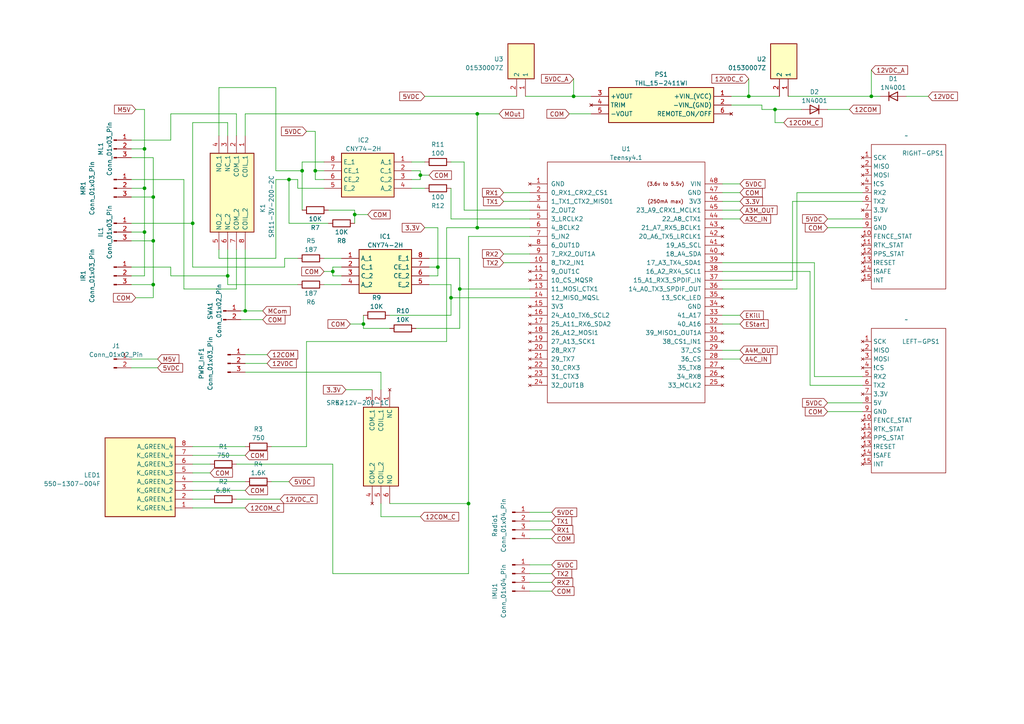
<source format=kicad_sch>
(kicad_sch (version 20230121) (generator eeschema)
  (paper "A4")
  (title_block (title "AGV Control Board") (rev "V1.3") (comment 1 "Swapped Signal and 5+"))
  (lib_symbols
    (symbol "Boards:SparkFun_GPS-RTK"
      (property "Reference" "LEFT-GPS1" (at -1.27 -6.35 0))
      (property "Value" "~" (at 0 0 0))
      (symbol "SparkFun_GPS-RTK_0_1"
        (rectangle (start -10.16 -2.54) (end 11.43 -44.45))
      )
      (symbol "SparkFun_GPS-RTK_1_1"
        (pin no_connect line (at -12.7 -6.35 0) (length 2.54) (name "SCK") (number "1"))
        (pin no_connect line (at -12.7 -29.21 0) (length 2.54) (name "FENCE_STAT") (number "10"))
        (pin no_connect line (at -12.7 -31.75 0) (length 2.54) (name "RTK_STAT") (number "11"))
        (pin no_connect line (at -12.7 -34.29 0) (length 2.54) (name "PPS_STAT") (number "12"))
        (pin no_connect line (at -12.7 -36.83 0) (length 2.54) (name "!RESET") (number "13"))
        (pin no_connect line (at -12.7 -39.37 0) (length 2.54) (name "!SAFE") (number "14"))
        (pin no_connect line (at -12.7 -41.91 0) (length 2.54) (name "INT") (number "15"))
        (pin no_connect line (at -12.7 -8.89 0) (length 2.54) (name "MISO") (number "2"))
        (pin no_connect line (at -12.7 -11.43 0) (length 2.54) (name "MOSI") (number "3"))
        (pin no_connect line (at -12.7 -13.97 0) (length 2.54) (name "!CS") (number "4"))
        (pin input line (at -12.7 -16.51 0) (length 2.54) (name "RX2") (number "5"))
        (pin output line (at -12.7 -19.05 0) (length 2.54) (name "TX2") (number "6"))
        (pin no_connect line (at -12.7 -21.59 0) (length 2.54) (name "3.3V") (number "7"))
        (pin power_in line (at -12.7 -24.13 0) (length 2.54) (name "5V") (number "8"))
        (pin passive line (at -12.7 -26.67 0) (length 2.54) (name "GND") (number "9"))
      )
    )
    (symbol "Connector:Conn_01x02_Pin" (pin_names (offset 1.016) hide)
      (property "Reference" "J" (at 0 2.54 0))
      (property "Value" "Conn_01x02_Pin" (at 0 -5.08 0))
      (symbol "Conn_01x02_Pin_1_1"
        (polyline (pts (xy 1.27 -2.54) (xy 0.8636 -2.54)) (stroke (width 0.1524)))
        (polyline (pts (xy 1.27 0) (xy 0.8636 0)) (stroke (width 0.1524)))
        (rectangle (start 0.8636 -2.413) (end 0 -2.667) (stroke (width 0.1524)) (fill (type outline)))
        (rectangle (start 0.8636 0.127) (end 0 -0.127) (stroke (width 0.1524)) (fill (type outline)))
        (pin passive line (at 5.08 0 180) (length 3.81) (name "Pin_1") (number "1"))
        (pin passive line (at 5.08 -2.54 180) (length 3.81) (name "Pin_2") (number "2"))
      )
    )
    (symbol "Connector:Conn_01x03_Pin" (pin_names (offset 1.016) hide)
      (property "Reference" "J" (at 0 5.08 0))
      (property "Value" "Conn_01x03_Pin" (at 0 -5.08 0))
      (symbol "Conn_01x03_Pin_1_1"
        (polyline (pts (xy 1.27 -2.54) (xy 0.8636 -2.54)) (stroke (width 0.1524)))
        (polyline (pts (xy 1.27 0) (xy 0.8636 0)) (stroke (width 0.1524)))
        (polyline (pts (xy 1.27 2.54) (xy 0.8636 2.54)) (stroke (width 0.1524)))
        (rectangle (start 0.8636 -2.413) (end 0 -2.667) (stroke (width 0.1524)) (fill (type outline)))
        (rectangle (start 0.8636 0.127) (end 0 -0.127) (stroke (width 0.1524)) (fill (type outline)))
        (rectangle (start 0.8636 2.667) (end 0 2.413) (stroke (width 0.1524)) (fill (type outline)))
        (pin passive line (at 5.08 2.54 180) (length 3.81) (name "Pin_1") (number "1"))
        (pin passive line (at 5.08 0 180) (length 3.81) (name "Pin_2") (number "2"))
        (pin passive line (at 5.08 -2.54 180) (length 3.81) (name "Pin_3") (number "3"))
      )
    )
    (symbol "Connector:Conn_01x04_Pin" (pin_names (offset 1.016) hide)
      (property "Reference" "J" (at 0 5.08 0))
      (property "Value" "Conn_01x04_Pin" (at 0 -7.62 0))
      (symbol "Conn_01x04_Pin_1_1"
        (polyline (pts (xy 1.27 -5.08) (xy 0.8636 -5.08)) (stroke (width 0.1524)))
        (polyline (pts (xy 1.27 -2.54) (xy 0.8636 -2.54)) (stroke (width 0.1524)))
        (polyline (pts (xy 1.27 0) (xy 0.8636 0)) (stroke (width 0.1524)))
        (polyline (pts (xy 1.27 2.54) (xy 0.8636 2.54)) (stroke (width 0.1524)))
        (rectangle (start 0.8636 -4.953) (end 0 -5.207) (stroke (width 0.1524)) (fill (type outline)))
        (rectangle (start 0.8636 -2.413) (end 0 -2.667) (stroke (width 0.1524)) (fill (type outline)))
        (rectangle (start 0.8636 0.127) (end 0 -0.127) (stroke (width 0.1524)) (fill (type outline)))
        (rectangle (start 0.8636 2.667) (end 0 2.413) (stroke (width 0.1524)) (fill (type outline)))
        (pin passive line (at 5.08 2.54 180) (length 3.81) (name "Pin_1") (number "1"))
        (pin passive line (at 5.08 0 180) (length 3.81) (name "Pin_2") (number "2"))
        (pin passive line (at 5.08 -2.54 180) (length 3.81) (name "Pin_3") (number "3"))
        (pin passive line (at 5.08 -5.08 180) (length 3.81) (name "Pin_4") (number "4"))
      )
    )
    (symbol "Device:R" (pin_numbers hide) (pin_names (offset 0))
      (property "Reference" "R" (at 2.032 0 90))
      (property "Value" "R" (at 0 0 90))
      (symbol "R_0_1"
        (rectangle (start -1.016 -2.54) (end 1.016 2.54) (stroke (width 0.254)))
      )
      (symbol "R_1_1"
        (pin passive line (at 0 3.81 270) (length 1.27) (name "~") (number "1"))
        (pin passive line (at 0 -3.81 90) (length 1.27) (name "~") (number "2"))
      )
    )
    (symbol "Diode:1N4001" (pin_numbers hide) (pin_names hide)
      (property "Reference" "D" (at 0 2.54 0))
      (property "Value" "1N4001" (at 0 -2.54 0))
      (symbol "1N4001_0_1"
        (polyline (pts (xy -1.27 1.27) (xy -1.27 -1.27)) (stroke (width 0.254)))
        (polyline (pts (xy 1.27 0) (xy -1.27 0)))
        (polyline (pts (xy 1.27 1.27) (xy 1.27 -1.27) (xy -1.27 0) (xy 1.27 1.27)) (stroke (width 0.254)))
      )
      (symbol "1N4001_1_1"
        (pin passive line (at -3.81 0 0) (length 2.54) (name "K") (number "1"))
        (pin passive line (at 3.81 0 180) (length 2.54) (name "A") (number "2"))
      )
    )
    (symbol "SamacSys:01530007Z"
      (property "Reference" "U" (at 16.51 7.62 0))
      (property "Value" "01530007Z" (at 16.51 5.08 0))
      (symbol "01530007Z_1_1"
        (rectangle (start 5.08 2.54) (end 15.24 -5.08) (stroke (width 0.254)) (fill (type background)))
        (pin passive line (at 0 0 0) (length 5.08) (name "1") (number "1"))
        (pin passive line (at 0 -2.54 0) (length 5.08) (name "2") (number "2"))
      )
    )
    (symbol "SamacSys:550-1307-004F"
      (property "Reference" "LED" (at 26.67 7.62 0))
      (property "Value" "550-1307-004F" (at 26.67 5.08 0))
      (symbol "550-1307-004F_1_1"
        (rectangle (start 5.08 2.54) (end 25.4 -20.32) (stroke (width 0.254)) (fill (type background)))
        (pin passive line (at 0 -17.78 0) (length 5.08) (name "K_GREEN_1") (number "1"))
        (pin passive line (at 0 -15.24 0) (length 5.08) (name "A_GREEN_1") (number "2"))
        (pin passive line (at 0 -12.7 0) (length 5.08) (name "K_GREEN_2") (number "3"))
        (pin passive line (at 0 -10.16 0) (length 5.08) (name "A_GREEN_2") (number "4"))
        (pin passive line (at 0 -7.62 0) (length 5.08) (name "K_GREEN_3") (number "5"))
        (pin passive line (at 0 -5.08 0) (length 5.08) (name "A_GREEN_3") (number "6"))
        (pin passive line (at 0 -2.54 0) (length 5.08) (name "K_GREEN_4") (number "7"))
        (pin passive line (at 0 0 0) (length 5.08) (name "A_GREEN_4") (number "8"))
      )
    )
    (symbol "SamacSys:CNY74-2H"
      (property "Reference" "Q" (at 21.59 7.62 0))
      (property "Value" "CNY74-2H" (at 21.59 5.08 0))
      (symbol "CNY74-2H_1_1"
        (rectangle (start 5.08 2.54) (end 20.32 -10.16) (stroke (width 0.254)) (fill (type background)))
        (pin passive line (at 0 0 0) (length 5.08) (name "A_1") (number "1"))
        (pin passive line (at 0 -2.54 0) (length 5.08) (name "C_1") (number "2"))
        (pin passive line (at 0 -5.08 0) (length 5.08) (name "C_2") (number "3"))
        (pin passive line (at 0 -7.62 0) (length 5.08) (name "A_2") (number "4"))
        (pin passive line (at 25.4 -7.62 180) (length 5.08) (name "E_2") (number "5"))
        (pin passive line (at 25.4 -5.08 180) (length 5.08) (name "CE_2") (number "6"))
        (pin passive line (at 25.4 -2.54 180) (length 5.08) (name "CE_1") (number "7"))
        (pin passive line (at 25.4 0 180) (length 5.08) (name "E_1") (number "8"))
      )
    )
    (symbol "SamacSys:SR11-3V-200-2C"
      (property "Reference" "K" (at 29.21 7.62 0))
      (property "Value" "SR11-3V-200-2C" (at 29.21 5.08 0))
      (symbol "SR11-3V-200-2C_1_1"
        (rectangle (start 5.08 2.54) (end 27.94 -10.16) (stroke (width 0.254)) (fill (type background)))
        (pin passive line (at 0 0 0) (length 5.08) (name "COIL_1") (number "1"))
        (pin passive line (at 0 -2.54 0) (length 5.08) (name "COM_1") (number "2"))
        (pin passive line (at 0 -5.08 0) (length 5.08) (name "NC_1") (number "3"))
        (pin passive line (at 0 -7.62 0) (length 5.08) (name "NO_1") (number "4"))
        (pin passive line (at 33.02 -7.62 180) (length 5.08) (name "NO_2") (number "5"))
        (pin passive line (at 33.02 -5.08 180) (length 5.08) (name "NC_2") (number "6"))
        (pin passive line (at 33.02 -2.54 180) (length 5.08) (name "COM_2") (number "7"))
        (pin passive line (at 33.02 0 180) (length 5.08) (name "COIL_2") (number "8"))
      )
    )
    (symbol "SamacSys:SR5-12V-200-1C"
      (property "Reference" "K2" (at 3.81 -15.875 90))
      (property "Value" "SR5-12V-200-1C" (at 3.81 -18.415 90))
      (symbol "SR5-12V-200-1C_1_1"
        (rectangle (start 5.08 2.54) (end 27.94 -7.62) (stroke (width 0.254)) (fill (type background)))
        (pin no_connect line (at 0 0 0) (length 5.08) (name "NC") (number "1"))
        (pin passive line (at 0 -2.54 0) (length 5.08) (name "COIL_1") (number "2"))
        (pin passive line (at 0 -5.08 0) (length 5.08) (name "COM_1") (number "3"))
        (pin no_connect line (at 33.02 -5.08 180) (length 5.08) (name "COM_2") (number "4"))
        (pin passive line (at 33.02 -2.54 180) (length 5.08) (name "COIL_2") (number "5"))
        (pin passive line (at 33.02 0 180) (length 5.08) (name "NO") (number "6"))
      )
    )
    (symbol "SamacSys:THL_15-2411WI"
      (property "Reference" "PS1" (at 20.32 6.35 0))
      (property "Value" "THL_15-2411WI" (at 20.32 3.81 0))
      (symbol "THL_15-2411WI_1_1"
        (rectangle (start 5.08 2.54) (end 35.56 -7.62) (stroke (width 0.254)) (fill (type background)))
        (pin power_in line (at 40.64 0 180) (length 5.08) (name "+VIN_(VCC)") (number "1"))
        (pin passive line (at 40.64 -2.54 180) (length 5.08) (name "-VIN_(GND)") (number "2"))
        (pin power_out line (at 0 0 0) (length 5.08) (name "+VOUT") (number "3"))
        (pin no_connect line (at 0 -2.54 0) (length 5.08) (name "TRIM") (number "4"))
        (pin passive line (at 0 -5.08 0) (length 5.08) (name "-VOUT") (number "5"))
        (pin no_connect line (at 40.64 -5.08 180) (length 5.08) (name "REMOTE_ON/OFF") (number "6"))
      )
    )
    (symbol "SparkFun_GPS-RTK_1"
      (property "Reference" "RIGHT-GPS1" (at -1.27 -5.08 0))
      (property "Value" "~" (at 0 0 0))
      (symbol "SparkFun_GPS-RTK_1_0_1"
        (rectangle (start -10.16 -2.54) (end 11.43 -44.45))
      )
      (symbol "SparkFun_GPS-RTK_1_1_1"
        (pin no_connect line (at -12.7 -6.35 0) (length 2.54) (name "SCK") (number "1"))
        (pin no_connect line (at -12.7 -29.21 0) (length 2.54) (name "FENCE_STAT") (number "10"))
        (pin no_connect line (at -12.7 -31.75 0) (length 2.54) (name "RTK_STAT") (number "11"))
        (pin no_connect line (at -12.7 -34.29 0) (length 2.54) (name "PPS_STAT") (number "12"))
        (pin no_connect line (at -12.7 -36.83 0) (length 2.54) (name "!RESET") (number "13"))
        (pin no_connect line (at -12.7 -39.37 0) (length 2.54) (name "!SAFE") (number "14"))
        (pin no_connect line (at -12.7 -41.91 0) (length 2.54) (name "INT") (number "15"))
        (pin no_connect line (at -12.7 -8.89 0) (length 2.54) (name "MISO") (number "2"))
        (pin no_connect line (at -12.7 -11.43 0) (length 2.54) (name "MOSI") (number "3"))
        (pin no_connect line (at -12.7 -13.97 0) (length 2.54) (name "!CS") (number "4"))
        (pin input line (at -12.7 -16.51 0) (length 2.54) (name "RX2") (number "5"))
        (pin output line (at -12.7 -19.05 0) (length 2.54) (name "TX2") (number "6"))
        (pin no_connect line (at -12.7 -21.59 0) (length 2.54) (name "3.3V") (number "7"))
        (pin power_in line (at -12.7 -24.13 0) (length 2.54) (name "5V") (number "8"))
        (pin passive line (at -12.7 -26.67 0) (length 2.54) (name "GND") (number "9"))
      )
    )
    (symbol "Teensy:Teensy4.1" (pin_names (offset 1.016))
      (property "Reference" "U1" (at 0 64.77 0))
      (property "Value" "Teensy4.1" (at 0 62.23 0))
      (symbol "Teensy4.1_0_0"
        (text "(250mA max)" (at 11.43 49.53 0) (effects (font (size 1.016 1.016))))
        (text "(3.6v to 5.5v)" (at 11.43 54.61 0) (effects (font (size 1.016 1.016))))
        (pin output line (at -27.94 31.75 0) (length 5.08) (name "8_TX2_IN1") (number "10"))
        (pin no_connect line (at -27.94 29.21 0) (length 5.08) (name "9_OUT1C") (number "11"))
        (pin no_connect line (at -27.94 26.67 0) (length 5.08) (name "10_CS_MQSR") (number "12"))
        (pin input line (at -27.94 24.13 0) (length 5.08) (name "11_MOSI_CTX1") (number "13"))
        (pin input line (at -27.94 21.59 0) (length 5.08) (name "12_MISO_MQSL") (number "14"))
        (pin no_connect line (at -27.94 19.05 0) (length 5.08) (name "3V3") (number "15"))
        (pin no_connect line (at -27.94 16.51 0) (length 5.08) (name "24_A10_TX6_SCL2") (number "16"))
        (pin no_connect line (at -27.94 13.97 0) (length 5.08) (name "25_A11_RX6_SDA2") (number "17"))
        (pin no_connect line (at -27.94 11.43 0) (length 5.08) (name "26_A12_MOSI1") (number "18"))
        (pin no_connect line (at -27.94 8.89 0) (length 5.08) (name "27_A13_SCK1") (number "19"))
        (pin no_connect line (at -27.94 6.35 0) (length 5.08) (name "28_RX7") (number "20"))
        (pin no_connect line (at -27.94 3.81 0) (length 5.08) (name "29_TX7") (number "21"))
        (pin no_connect line (at -27.94 1.27 0) (length 5.08) (name "30_CRX3") (number "22"))
        (pin no_connect line (at -27.94 -1.27 0) (length 5.08) (name "31_CTX3") (number "23"))
        (pin no_connect line (at -27.94 -3.81 0) (length 5.08) (name "32_OUT1B") (number "24"))
        (pin no_connect line (at 27.94 -3.81 180) (length 5.08) (name "33_MCLK2") (number "25"))
        (pin no_connect line (at 27.94 -1.27 180) (length 5.08) (name "34_RX8") (number "26"))
        (pin no_connect line (at 27.94 1.27 180) (length 5.08) (name "35_TX8") (number "27"))
        (pin input line (at 27.94 3.81 180) (length 5.08) (name "36_CS") (number "28"))
        (pin output line (at 27.94 6.35 180) (length 5.08) (name "37_CS") (number "29"))
        (pin no_connect line (at 27.94 8.89 180) (length 5.08) (name "38_CS1_IN1") (number "30"))
        (pin no_connect line (at 27.94 11.43 180) (length 5.08) (name "39_MISO1_OUT1A") (number "31"))
        (pin output line (at 27.94 13.97 180) (length 5.08) (name "40_A16") (number "32"))
        (pin output line (at 27.94 16.51 180) (length 5.08) (name "41_A17") (number "33"))
        (pin no_connect line (at 27.94 21.59 180) (length 5.08) (name "13_SCK_LED") (number "35"))
        (pin output line (at 27.94 24.13 180) (length 5.08) (name "14_A0_TX3_SPDIF_OUT") (number "36"))
        (pin input line (at 27.94 26.67 180) (length 5.08) (name "15_A1_RX3_SPDIF_IN") (number "37"))
        (pin input line (at 27.94 29.21 180) (length 5.08) (name "16_A2_RX4_SCL1") (number "38"))
        (pin output line (at 27.94 31.75 180) (length 5.08) (name "17_A3_TX4_SDA1") (number "39"))
        (pin no_connect line (at 27.94 34.29 180) (length 5.08) (name "18_A4_SDA") (number "40"))
        (pin no_connect line (at 27.94 36.83 180) (length 5.08) (name "19_A5_SCL") (number "41"))
        (pin no_connect line (at 27.94 39.37 180) (length 5.08) (name "20_A6_TX5_LRCLK1") (number "42"))
        (pin no_connect line (at 27.94 41.91 180) (length 5.08) (name "21_A7_RX5_BCLK1") (number "43"))
        (pin input line (at 27.94 44.45 180) (length 5.08) (name "22_A8_CTX1") (number "44"))
        (pin output line (at 27.94 46.99 180) (length 5.08) (name "23_A9_CRX1_MCLK1") (number "45"))
        (pin output line (at 27.94 49.53 180) (length 5.08) (name "3V3") (number "46"))
        (pin output line (at 27.94 52.07 180) (length 5.08) (name "GND") (number "47"))
        (pin power_in line (at 27.94 54.61 180) (length 5.08) (name "VIN") (number "48"))
        (pin output line (at -27.94 44.45 0) (length 5.08) (name "3_LRCLK2") (number "5"))
        (pin output line (at -27.94 41.91 0) (length 5.08) (name "4_BCLK2") (number "6"))
        (pin input line (at -27.94 39.37 0) (length 5.08) (name "5_IN2") (number "7"))
        (pin no_connect line (at -27.94 36.83 0) (length 5.08) (name "6_OUT1D") (number "8"))
        (pin input line (at -27.94 34.29 0) (length 5.08) (name "7_RX2_OUT1A") (number "9"))
      )
      (symbol "Teensy4.1_0_1"
        (rectangle (start -22.86 60.96) (end 22.86 -8.89))
        (rectangle (start -20.32 -1.27) (end -20.32 -1.27))
      )
      (symbol "Teensy4.1_1_1"
        (pin no_connect line (at -27.94 54.61 0) (length 5.08) (name "GND") (number "1"))
        (pin input line (at -27.94 52.07 0) (length 5.08) (name "0_RX1_CRX2_CS1") (number "2"))
        (pin output line (at -27.94 49.53 0) (length 5.08) (name "1_TX1_CTX2_MISO1") (number "3"))
        (pin no_connect line (at 27.94 19.05 180) (length 5.08) (name "GND") (number "34"))
        (pin output line (at -27.94 46.99 0) (length 5.08) (name "2_OUT2") (number "4"))
      )
    )
  )
  (junction (at 130.81 86.36))
  (junction (at 41.91 54.61))
  (junction (at 102.87 62.23))
  (junction (at 121.92 50.8))
  (junction (at 217.17 27.94))
  (junction (at 224.79 31.75))
  (junction (at 252.73 27.94))
  (junction (at 41.91 43.18))
  (junction (at 138.43 66.04))
  (junction (at 138.43 33.02))
  (junction (at 135.89 146.05))
  (junction (at 96.52 78.74))
  (junction (at 66.04 80.01))
  (junction (at 133.35 83.82))
  (junction (at 105.41 93.98))
  (junction (at 166.37 27.94))
  (junction (at 87.63 49.53))
  (junction (at 91.44 49.53))
  (junction (at 71.12 90.17))
  (junction (at 44.45 82.55))
  (junction (at 44.45 57.15))
  (junction (at 41.91 67.31))
  (junction (at 44.45 69.85))
  (junction (at 55.88 64.77))
  (junction (at 83.82 52.07))
  (junction (at 127 77.47))
  (wire (pts (xy 209.55 81.28) (xy 229.87 81.28)))
  (wire (pts (xy 138.43 66.04) (xy 138.43 33.02)))
  (wire (pts (xy 209.55 83.82) (xy 231.14 83.82)))
  (wire (pts (xy 146.05 73.66) (xy 153.67 73.66)))
  (wire (pts (xy 93.98 54.61) (xy 86.36 54.61)))
  (wire (pts (xy 93.98 46.99) (xy 87.63 46.99)))
  (wire (pts (xy 134.62 46.99) (xy 134.62 60.96)))
  (wire (pts (xy 71.12 72.39) (xy 71.12 90.17)))
  (wire (pts (xy 80.01 52.07) (xy 83.82 52.07)))
  (wire (pts (xy 234.95 78.74) (xy 234.95 111.76)))
  (wire (pts (xy 152.4 27.94) (xy 166.37 27.94)))
  (wire (pts (xy 262.89 27.94) (xy 269.24 27.94)))
  (wire (pts (xy 228.6 27.94) (xy 252.73 27.94)))
  (wire (pts (xy 49.53 40.64) (xy 49.53 33.02)))
  (wire (pts (xy 96.52 80.01) (xy 96.52 78.74)))
  (wire (pts (xy 127 80.01) (xy 127 77.47)))
  (wire (pts (xy 153.67 156.21) (xy 160.02 156.21)))
  (wire (pts (xy 38.1 67.31) (xy 41.91 67.31)))
  (wire (pts (xy 87.63 46.99) (xy 87.63 49.53)))
  (wire (pts (xy 96.52 78.74) (xy 96.52 77.47)))
  (wire (pts (xy 127 66.04) (xy 127 77.47)))
  (wire (pts (xy 38.1 40.64) (xy 49.53 40.64)))
  (wire (pts (xy 138.43 33.02) (xy 144.78 33.02)))
  (wire (pts (xy 138.43 66.04) (xy 153.67 66.04)))
  (wire (pts (xy 217.17 22.86) (xy 217.17 27.94)))
  (wire (pts (xy 71.12 105.41) (xy 77.47 105.41)))
  (wire (pts (xy 68.58 33.02) (xy 68.58 39.37)))
  (wire (pts (xy 240.03 119.38) (xy 250.19 119.38)))
  (wire (pts (xy 68.58 144.78) (xy 81.28 144.78)))
  (wire (pts (xy 38.1 45.72) (xy 44.45 45.72)))
  (wire (pts (xy 91.44 49.53) (xy 91.44 52.07)))
  (wire (pts (xy 80.01 25.4) (xy 80.01 49.53)))
  (wire (pts (xy 100.33 113.03) (xy 107.95 113.03)))
  (wire (pts (xy 153.67 166.37) (xy 160.02 166.37)))
  (wire (pts (xy 209.55 55.88) (xy 214.63 55.88)))
  (wire (pts (xy 95.25 60.96) (xy 102.87 60.96)))
  (wire (pts (xy 153.67 148.59) (xy 160.02 148.59)))
  (wire (pts (xy 209.55 101.6) (xy 214.63 101.6)))
  (wire (pts (xy 119.38 54.61) (xy 123.19 54.61)))
  (wire (pts (xy 80.01 52.07) (xy 80.01 74.93)))
  (wire (pts (xy 124.46 50.8) (xy 121.92 50.8)))
  (wire (pts (xy 41.91 67.31) (xy 41.91 80.01)))
  (wire (pts (xy 71.12 102.87) (xy 77.47 102.87)))
  (wire (pts (xy 66.04 80.01) (xy 66.04 82.55)))
  (wire (pts (xy 80.01 74.93) (xy 63.5 74.93)))
  (wire (pts (xy 102.87 60.96) (xy 102.87 62.23)))
  (wire (pts (xy 55.88 129.54) (xy 71.12 129.54)))
  (wire (pts (xy 110.49 107.95) (xy 110.49 113.03)))
  (wire (pts (xy 68.58 83.82) (xy 68.58 72.39)))
  (wire (pts (xy 123.19 66.04) (xy 127 66.04)))
  (wire (pts (xy 55.88 134.62) (xy 60.96 134.62)))
  (wire (pts (xy 121.92 49.53) (xy 121.92 50.8)))
  (wire (pts (xy 224.79 31.75) (xy 220.98 31.75)))
  (wire (pts (xy 55.88 35.56) (xy 66.04 35.56)))
  (wire (pts (xy 135.89 68.58) (xy 153.67 68.58)))
  (wire (pts (xy 130.81 91.44) (xy 130.81 86.36)))
  (wire (pts (xy 106.68 62.23) (xy 102.87 62.23)))
  (wire (pts (xy 88.9 99.06) (xy 129.54 99.06)))
  (wire (pts (xy 153.67 151.13) (xy 160.02 151.13)))
  (wire (pts (xy 38.1 104.14) (xy 45.72 104.14)))
  (wire (pts (xy 130.81 86.36) (xy 153.67 86.36)))
  (wire (pts (xy 93.98 52.07) (xy 91.44 52.07)))
  (wire (pts (xy 134.62 60.96) (xy 153.67 60.96)))
  (wire (pts (xy 105.41 95.25) (xy 105.41 93.98)))
  (wire (pts (xy 130.81 46.99) (xy 134.62 46.99)))
  (wire (pts (xy 38.1 57.15) (xy 44.45 57.15)))
  (wire (pts (xy 252.73 27.94) (xy 255.27 27.94)))
  (wire (pts (xy 38.1 54.61) (xy 41.91 54.61)))
  (wire (pts (xy 124.46 74.93) (xy 133.35 74.93)))
  (wire (pts (xy 69.85 92.71) (xy 76.2 92.71)))
  (wire (pts (xy 119.38 52.07) (xy 121.92 52.07)))
  (wire (pts (xy 93.98 82.55) (xy 99.06 82.55)))
  (wire (pts (xy 229.87 81.28) (xy 229.87 58.42)))
  (wire (pts (xy 80.01 25.4) (xy 63.5 25.4)))
  (wire (pts (xy 63.5 72.39) (xy 63.5 74.93)))
  (wire (pts (xy 86.36 54.61) (xy 86.36 52.07)))
  (wire (pts (xy 236.22 109.22) (xy 250.19 109.22)))
  (wire (pts (xy 217.17 27.94) (xy 226.06 27.94)))
  (wire (pts (xy 153.67 168.91) (xy 160.02 168.91)))
  (wire (pts (xy 119.38 46.99) (xy 123.19 46.99)))
  (wire (pts (xy 91.44 49.53) (xy 91.44 38.1)))
  (wire (pts (xy 166.37 22.86) (xy 166.37 27.94)))
  (wire (pts (xy 41.91 43.18) (xy 41.91 54.61)))
  (wire (pts (xy 130.81 54.61) (xy 130.81 63.5)))
  (wire (pts (xy 209.55 60.96) (xy 214.63 60.96)))
  (wire (pts (xy 93.98 78.74) (xy 96.52 78.74)))
  (wire (pts (xy 240.03 116.84) (xy 250.19 116.84)))
  (wire (pts (xy 49.53 33.02) (xy 68.58 33.02)))
  (wire (pts (xy 80.01 49.53) (xy 87.63 49.53)))
  (wire (pts (xy 229.87 58.42) (xy 250.19 58.42)))
  (wire (pts (xy 121.92 49.53) (xy 119.38 49.53)))
  (wire (pts (xy 209.55 91.44) (xy 214.63 91.44)))
  (wire (pts (xy 153.67 163.83) (xy 160.02 163.83)))
  (wire (pts (xy 95.25 64.77) (xy 83.82 64.77)))
  (wire (pts (xy 93.98 49.53) (xy 91.44 49.53)))
  (wire (pts (xy 146.05 76.2) (xy 153.67 76.2)))
  (wire (pts (xy 87.63 49.53) (xy 87.63 60.96)))
  (wire (pts (xy 166.37 27.94) (xy 171.45 27.94)))
  (wire (pts (xy 135.89 146.05) (xy 135.89 68.58)))
  (wire (pts (xy 135.89 166.37) (xy 135.89 146.05)))
  (wire (pts (xy 63.5 25.4) (xy 63.5 39.37)))
  (wire (pts (xy 68.58 134.62) (xy 96.52 134.62)))
  (wire (pts (xy 38.1 77.47) (xy 49.53 77.47)))
  (wire (pts (xy 209.55 76.2) (xy 236.22 76.2)))
  (wire (pts (xy 38.1 82.55) (xy 44.45 82.55)))
  (wire (pts (xy 78.74 139.7) (xy 83.82 139.7)))
  (wire (pts (xy 123.19 27.94) (xy 149.86 27.94)))
  (wire (pts (xy 71.12 107.95) (xy 110.49 107.95)))
  (wire (pts (xy 113.03 95.25) (xy 105.41 95.25)))
  (wire (pts (xy 209.55 63.5) (xy 214.63 63.5)))
  (wire (pts (xy 224.79 35.56) (xy 224.79 31.75)))
  (wire (pts (xy 96.52 77.47) (xy 99.06 77.47)))
  (wire (pts (xy 252.73 20.32) (xy 252.73 27.94)))
  (wire (pts (xy 82.55 77.47) (xy 55.88 77.47)))
  (wire (pts (xy 124.46 82.55) (xy 130.81 82.55)))
  (wire (pts (xy 88.9 129.54) (xy 88.9 99.06)))
  (wire (pts (xy 120.65 95.25) (xy 133.35 95.25)))
  (wire (pts (xy 86.36 82.55) (xy 66.04 82.55)))
  (wire (pts (xy 55.88 142.24) (xy 71.12 142.24)))
  (wire (pts (xy 130.81 63.5) (xy 153.67 63.5)))
  (wire (pts (xy 55.88 64.77) (xy 55.88 77.47)))
  (wire (pts (xy 39.37 86.36) (xy 44.45 86.36)))
  (wire (pts (xy 110.49 146.05) (xy 110.49 149.86)))
  (wire (pts (xy 133.35 74.93) (xy 133.35 83.82)))
  (wire (pts (xy 209.55 93.98) (xy 214.63 93.98)))
  (wire (pts (xy 209.55 53.34) (xy 214.63 53.34)))
  (wire (pts (xy 38.1 69.85) (xy 44.45 69.85)))
  (wire (pts (xy 99.06 80.01) (xy 96.52 80.01)))
  (wire (pts (xy 38.1 43.18) (xy 41.91 43.18)))
  (wire (pts (xy 55.88 132.08) (xy 71.12 132.08)))
  (wire (pts (xy 113.03 91.44) (xy 130.81 91.44)))
  (wire (pts (xy 236.22 76.2) (xy 236.22 109.22)))
  (wire (pts (xy 102.87 64.77) (xy 102.87 62.23)))
  (wire (pts (xy 96.52 166.37) (xy 135.89 166.37)))
  (wire (pts (xy 55.88 139.7) (xy 71.12 139.7)))
  (wire (pts (xy 146.05 55.88) (xy 153.67 55.88)))
  (wire (pts (xy 55.88 147.32) (xy 71.12 147.32)))
  (wire (pts (xy 133.35 83.82) (xy 153.67 83.82)))
  (wire (pts (xy 209.55 78.74) (xy 234.95 78.74)))
  (wire (pts (xy 71.12 90.17) (xy 76.2 90.17)))
  (wire (pts (xy 38.1 64.77) (xy 55.88 64.77)))
  (wire (pts (xy 130.81 82.55) (xy 130.81 86.36)))
  (wire (pts (xy 129.54 99.06) (xy 129.54 66.04)))
  (wire (pts (xy 240.03 31.75) (xy 246.38 31.75)))
  (wire (pts (xy 212.09 30.48) (xy 220.98 30.48)))
  (wire (pts (xy 209.55 104.14) (xy 214.63 104.14)))
  (wire (pts (xy 38.1 106.68) (xy 45.72 106.68)))
  (wire (pts (xy 231.14 83.82) (xy 231.14 55.88)))
  (wire (pts (xy 88.9 38.1) (xy 91.44 38.1)))
  (wire (pts (xy 55.88 35.56) (xy 55.88 64.77)))
  (wire (pts (xy 165.1 33.02) (xy 171.45 33.02)))
  (wire (pts (xy 41.91 54.61) (xy 41.91 67.31)))
  (wire (pts (xy 138.43 33.02) (xy 71.12 33.02)))
  (wire (pts (xy 38.1 52.07) (xy 53.34 52.07)))
  (wire (pts (xy 49.53 80.01) (xy 66.04 80.01)))
  (wire (pts (xy 55.88 137.16) (xy 60.96 137.16)))
  (wire (pts (xy 124.46 77.47) (xy 127 77.47)))
  (wire (pts (xy 55.88 144.78) (xy 60.96 144.78)))
  (wire (pts (xy 49.53 77.47) (xy 49.53 80.01)))
  (wire (pts (xy 110.49 149.86) (xy 121.92 149.86)))
  (wire (pts (xy 66.04 72.39) (xy 66.04 80.01)))
  (wire (pts (xy 53.34 52.07) (xy 53.34 83.82)))
  (wire (pts (xy 71.12 90.17) (xy 69.85 90.17)))
  (wire (pts (xy 44.45 82.55) (xy 44.45 69.85)))
  (wire (pts (xy 121.92 50.8) (xy 121.92 52.07)))
  (wire (pts (xy 53.34 83.82) (xy 68.58 83.82)))
  (wire (pts (xy 96.52 134.62) (xy 96.52 166.37)))
  (wire (pts (xy 101.6 93.98) (xy 105.41 93.98)))
  (wire (pts (xy 44.45 86.36) (xy 44.45 82.55)))
  (wire (pts (xy 129.54 66.04) (xy 138.43 66.04)))
  (wire (pts (xy 234.95 111.76) (xy 250.19 111.76)))
  (wire (pts (xy 153.67 171.45) (xy 160.02 171.45)))
  (wire (pts (xy 227.33 35.56) (xy 224.79 35.56)))
  (wire (pts (xy 209.55 58.42) (xy 214.63 58.42)))
  (wire (pts (xy 124.46 80.01) (xy 127 80.01)))
  (wire (pts (xy 231.14 55.88) (xy 250.19 55.88)))
  (wire (pts (xy 113.03 146.05) (xy 135.89 146.05)))
  (wire (pts (xy 82.55 74.93) (xy 82.55 77.47)))
  (wire (pts (xy 44.45 57.15) (xy 44.45 45.72)))
  (wire (pts (xy 240.03 63.5) (xy 250.19 63.5)))
  (wire (pts (xy 82.55 74.93) (xy 86.36 74.93)))
  (wire (pts (xy 41.91 31.75) (xy 41.91 43.18)))
  (wire (pts (xy 232.41 31.75) (xy 224.79 31.75)))
  (wire (pts (xy 153.67 153.67) (xy 160.02 153.67)))
  (wire (pts (xy 39.37 31.75) (xy 41.91 31.75)))
  (wire (pts (xy 66.04 35.56) (xy 66.04 39.37)))
  (wire (pts (xy 220.98 31.75) (xy 220.98 30.48)))
  (wire (pts (xy 93.98 74.93) (xy 99.06 74.93)))
  (wire (pts (xy 78.74 129.54) (xy 88.9 129.54)))
  (wire (pts (xy 146.05 58.42) (xy 153.67 58.42)))
  (wire (pts (xy 105.41 91.44) (xy 105.41 93.98)))
  (wire (pts (xy 83.82 64.77) (xy 83.82 52.07)))
  (wire (pts (xy 133.35 95.25) (xy 133.35 83.82)))
  (wire (pts (xy 240.03 66.04) (xy 250.19 66.04)))
  (wire (pts (xy 41.91 80.01) (xy 38.1 80.01)))
  (wire (pts (xy 44.45 69.85) (xy 44.45 57.15)))
  (wire (pts (xy 212.09 27.94) (xy 217.17 27.94)))
  (wire (pts (xy 86.36 52.07) (xy 83.82 52.07)))
  (wire (pts (xy 71.12 33.02) (xy 71.12 39.37)))
  (global_label "3.3V" (shape input) (at 123.19 66.04 180) (property "Intersheetrefs" "${INTERSHEET_REFS}" (effects hide)))
  (global_label "12COM_C" (shape input) (at 227.33 35.56 0) (property "Intersheetrefs" "${INTERSHEET_REFS}" (effects hide)))
  (global_label "12VDC_C" (shape input) (at 217.17 22.86 180) (property "Intersheetrefs" "${INTERSHEET_REFS}" (effects hide)))
  (global_label "5VDC" (shape input) (at 123.19 27.94 180) (property "Intersheetrefs" "${INTERSHEET_REFS}" (effects hide)))
  (global_label "COM" (shape input) (at 240.03 66.04 180) (property "Intersheetrefs" "${INTERSHEET_REFS}" (effects hide)))
  (global_label "COM" (shape input) (at 214.63 55.88 0) (property "Intersheetrefs" "${INTERSHEET_REFS}" (effects hide)))
  (global_label "COM" (shape input) (at 76.2 92.71 0) (property "Intersheetrefs" "${INTERSHEET_REFS}" (effects hide)))
  (global_label "EKill" (shape input) (at 214.63 91.44 0) (property "Intersheetrefs" "${INTERSHEET_REFS}" (effects hide)))
  (global_label "RX1" (shape input) (at 160.02 153.67 0) (property "Intersheetrefs" "${INTERSHEET_REFS}" (effects hide)))
  (global_label "MCom" (shape input) (at 76.2 90.17 0) (property "Intersheetrefs" "${INTERSHEET_REFS}" (effects hide)))
  (global_label "5VDC" (shape input) (at 240.03 63.5 180) (property "Intersheetrefs" "${INTERSHEET_REFS}" (effects hide)))
  (global_label "5VDC" (shape input) (at 160.02 163.83 0) (property "Intersheetrefs" "${INTERSHEET_REFS}" (effects hide)))
  (global_label "COM" (shape input) (at 60.96 137.16 0) (property "Intersheetrefs" "${INTERSHEET_REFS}" (effects hide)))
  (global_label "5VDC" (shape input) (at 88.9 38.1 180) (property "Intersheetrefs" "${INTERSHEET_REFS}" (effects hide)))
  (global_label "5VDC_A" (shape input) (at 166.37 22.86 180) (property "Intersheetrefs" "${INTERSHEET_REFS}" (effects hide)))
  (global_label "5VDC" (shape input) (at 240.03 116.84 180) (property "Intersheetrefs" "${INTERSHEET_REFS}" (effects hide)))
  (global_label "EStart" (shape input) (at 214.63 93.98 0) (property "Intersheetrefs" "${INTERSHEET_REFS}" (effects hide)))
  (global_label "A4M_OUT" (shape input) (at 214.63 101.6 0) (property "Intersheetrefs" "${INTERSHEET_REFS}" (effects hide)))
  (global_label "TX1" (shape input) (at 160.02 151.13 0) (property "Intersheetrefs" "${INTERSHEET_REFS}" (effects hide)))
  (global_label "COM" (shape input) (at 160.02 156.21 0) (property "Intersheetrefs" "${INTERSHEET_REFS}" (effects hide)))
  (global_label "COM" (shape input) (at 165.1 33.02 180) (property "Intersheetrefs" "${INTERSHEET_REFS}" (effects hide)))
  (global_label "COM" (shape input) (at 160.02 171.45 0) (property "Intersheetrefs" "${INTERSHEET_REFS}" (effects hide)))
  (global_label "COM" (shape input) (at 106.68 62.23 0) (property "Intersheetrefs" "${INTERSHEET_REFS}" (effects hide)))
  (global_label "COM" (shape input) (at 93.98 78.74 180) (property "Intersheetrefs" "${INTERSHEET_REFS}" (effects hide)))
  (global_label "COM" (shape input) (at 39.37 86.36 180) (property "Intersheetrefs" "${INTERSHEET_REFS}" (effects hide)))
  (global_label "12COM" (shape input) (at 246.38 31.75 0) (property "Intersheetrefs" "${INTERSHEET_REFS}" (effects hide)))
  (global_label "COM" (shape input) (at 240.03 119.38 180) (property "Intersheetrefs" "${INTERSHEET_REFS}" (effects hide)))
  (global_label "RX2" (shape input) (at 160.02 168.91 0) (property "Intersheetrefs" "${INTERSHEET_REFS}" (effects hide)))
  (global_label "A3C_IN" (shape input) (at 214.63 63.5 0) (property "Intersheetrefs" "${INTERSHEET_REFS}" (effects hide)))
  (global_label "12VDC" (shape input) (at 77.47 105.41 0) (property "Intersheetrefs" "${INTERSHEET_REFS}" (effects hide)))
  (global_label "RX2" (shape input) (at 146.05 73.66 180) (property "Intersheetrefs" "${INTERSHEET_REFS}" (effects hide)))
  (global_label "M5V" (shape input) (at 39.37 31.75 180) (property "Intersheetrefs" "${INTERSHEET_REFS}" (effects hide)))
  (global_label "12VDC_A" (shape input) (at 252.73 20.32 0) (property "Intersheetrefs" "${INTERSHEET_REFS}" (effects hide)))
  (global_label "TX2" (shape input) (at 160.02 166.37 0) (property "Intersheetrefs" "${INTERSHEET_REFS}" (effects hide)))
  (global_label "COM" (shape input) (at 71.12 142.24 0) (property "Intersheetrefs" "${INTERSHEET_REFS}" (effects hide)))
  (global_label "12COM_C" (shape input) (at 121.92 149.86 0) (property "Intersheetrefs" "${INTERSHEET_REFS}" (effects hide)))
  (global_label "5VDC" (shape input) (at 160.02 148.59 0) (property "Intersheetrefs" "${INTERSHEET_REFS}" (effects hide)))
  (global_label "12VDC" (shape input) (at 269.24 27.94 0) (property "Intersheetrefs" "${INTERSHEET_REFS}" (effects hide)))
  (global_label "M5V" (shape input) (at 45.72 104.14 0) (property "Intersheetrefs" "${INTERSHEET_REFS}" (effects hide)))
  (global_label "5VDC" (shape input) (at 214.63 53.34 0) (property "Intersheetrefs" "${INTERSHEET_REFS}" (effects hide)))
  (global_label "3.3V" (shape input) (at 214.63 58.42 0) (property "Intersheetrefs" "${INTERSHEET_REFS}" (effects hide)))
  (global_label "5VDC" (shape input) (at 45.72 106.68 0) (property "Intersheetrefs" "${INTERSHEET_REFS}" (effects hide)))
  (global_label "A3M_OUT" (shape input) (at 214.63 60.96 0) (property "Intersheetrefs" "${INTERSHEET_REFS}" (effects hide)))
  (global_label "COM" (shape input) (at 101.6 93.98 180) (property "Intersheetrefs" "${INTERSHEET_REFS}" (effects hide)))
  (global_label "5VDC" (shape input) (at 83.82 139.7 0) (property "Intersheetrefs" "${INTERSHEET_REFS}" (effects hide)))
  (global_label "12COM" (shape input) (at 77.47 102.87 0) (property "Intersheetrefs" "${INTERSHEET_REFS}" (effects hide)))
  (global_label "12COM_C" (shape input) (at 71.12 147.32 0) (property "Intersheetrefs" "${INTERSHEET_REFS}" (effects hide)))
  (global_label "12VDC_C" (shape input) (at 81.28 144.78 0) (property "Intersheetrefs" "${INTERSHEET_REFS}" (effects hide)))
  (global_label "A4C_IN" (shape input) (at 214.63 104.14 0) (property "Intersheetrefs" "${INTERSHEET_REFS}" (effects hide)))
  (global_label "TX1" (shape input) (at 146.05 58.42 180) (property "Intersheetrefs" "${INTERSHEET_REFS}" (effects hide)))
  (global_label "COM" (shape input) (at 124.46 50.8 0) (property "Intersheetrefs" "${INTERSHEET_REFS}" (effects hide)))
  (global_label "TX2" (shape input) (at 146.05 76.2 180) (property "Intersheetrefs" "${INTERSHEET_REFS}" (effects hide)))
  (global_label "MOut" (shape input) (at 144.78 33.02 0) (property "Intersheetrefs" "${INTERSHEET_REFS}" (effects hide)))
  (global_label "3.3V" (shape input) (at 100.33 113.03 180) (property "Intersheetrefs" "${INTERSHEET_REFS}" (effects hide)))
  (global_label "RX1" (shape input) (at 146.05 55.88 180) (property "Intersheetrefs" "${INTERSHEET_REFS}" (effects hide)))
  (global_label "COM" (shape input) (at 71.12 132.08 0) (property "Intersheetrefs" "${INTERSHEET_REFS}" (effects hide)))
  (symbol (lib_id "Device:R") (at 99.06 64.77 270) (unit 1)
    (property "Reference" "R8" (at 99.06 69.85 90))
    (property "Value" "10K" (at 99.06 67.31 90))
    (property "Footprint" "Resistor_THT:R_Axial_DIN0411_L9.9mm_D3.6mm_P12.70mm_Horizontal" (effects hide))
  )
  (symbol (lib_id "Boards:SparkFun_GPS-RTK") (at 262.89 92.71 0) (unit 1)
    (property "Reference" "LEFT-GPS1" (at 261.62 99.06 0) (effects (justify left)))
    (property "Value" "~" (at 262.89 92.71 0))
    (property "Footprint" "boards:Sparkfun GPS-RTK" (effects hide))
  )
  (symbol (lib_id "Connector:Conn_01x04_Pin") (at 148.59 166.37 0) (unit 1)
    (property "Reference" "IMU1" (at 143.51 171.45 90))
    (property "Value" "Conn_01x04_Pin" (at 146.05 171.45 90))
    (property "Footprint" "Connector_PinHeader_2.54mm:PinHeader_1x04_P2.54mm_Vertical" (effects hide))
  )
  (symbol (lib_id "Connector:Conn_01x03_Pin") (at 33.02 67.31 0) (unit 1)
    (property "Reference" "IL1" (at 29.21 67.31 90))
    (property "Value" "Conn_01x03_Pin" (at 31.75 67.31 90))
    (property "Footprint" "Connector_PinHeader_2.54mm:PinHeader_1x03_P2.54mm_Vertical" (effects hide))
  )
  (symbol (lib_id "Device:R") (at 90.17 82.55 270) (unit 1)
    (property "Reference" "R6" (at 90.17 87.63 90))
    (property "Value" "187" (at 90.17 85.09 90))
    (property "Footprint" "Resistor_THT:R_Axial_DIN0411_L9.9mm_D3.6mm_P12.70mm_Horizontal" (effects hide))
  )
  (symbol (lib_id "Device:R") (at 127 54.61 270) (unit 1)
    (property "Reference" "R12" (at 127 59.69 90))
    (property "Value" "100" (at 127 57.15 90))
    (property "Footprint" "Resistor_THT:R_Axial_DIN0411_L9.9mm_D3.6mm_P12.70mm_Horizontal" (effects hide))
  )
  (symbol (lib_id "Connector:Conn_01x02_Pin") (at 33.02 104.14 0) (unit 1)
    (property "Reference" "J1" (at 33.655 100.33 0))
    (property "Value" "Conn_01x02_Pin" (at 33.655 102.87 0))
    (property "Footprint" "Connector_PinHeader_2.54mm:PinHeader_1x02_P2.54mm_Vertical" (effects hide))
  )
  (symbol (lib_id "SamacSys:SR11-3V-200-2C") (at 71.12 39.37 270) (unit 1)
    (property "Reference" "K1" (at 76.2 59.055 0) (effects (justify left)))
    (property "Value" "SR11-3V-200-2C" (at 78.74 50.8 0) (effects (justify left)))
    (property "Footprint" "SR113V2002C" (effects hide))
    (property "Datasheet" "https://www.cuidevices.com/product/resource/sr11.pdf" (effects hide))
    (property "Height" "11.7" (effects hide))
    (property "Mouser Part Number" "179-SR11-3V-200-2C" (effects hide))
    (property "Mouser Price/Stock" "https://www.mouser.co.uk/ProductDetail/CUI-Devices/SR11-3V-200-2C?qs=4ASt3YYao0Upd1omJxk2Og%3D%3D" (effects hide))
    (property "Manufacturer_Name" "CUI Devices" (effects hide))
    (property "Manufacturer_Part_Number" "SR11-3V-200-2C" (effects hide))
  )
  (symbol (lib_id "SamacSys:01530007Z") (at 228.6 27.94 270) (mirror x) (unit 1)
    (property "Reference" "U2" (at 222.25 17.145 90) (effects (justify right)))
    (property "Value" "01530007Z" (at 222.25 19.685 90) (effects (justify right)))
    (property "Footprint" "01530007Z" (effects hide))
    (property "Datasheet" "http://m.littelfuse.com/~/media/commercial-vehicle/datasheets/automotive-fuse-holders/mini/littelfuse_fuse-holders-mini-153-pc-datasheet.pdf" (effects hide))
    (property "Height" "7" (effects hide))
    (property "Mouser Part Number" "576-01530007Z" (effects hide))
    (property "Mouser Price/Stock" "https://www.mouser.co.uk/ProductDetail/Littelfuse/01530007Z?qs=gu7KAQ731URFnx4B9aYM4g%3D%3D" (effects hide))
    (property "Manufacturer_Name" "LITTELFUSE" (effects hide))
    (property "Manufacturer_Part_Number" "01530007Z" (effects hide))
  )
  (symbol (lib_id "Device:R") (at 127 46.99 90) (unit 1)
    (property "Reference" "R11" (at 127 41.91 90))
    (property "Value" "100" (at 127 44.45 90))
    (property "Footprint" "Resistor_THT:R_Axial_DIN0411_L9.9mm_D3.6mm_P12.70mm_Horizontal" (effects hide))
  )
  (symbol (lib_id "Device:R") (at 64.77 134.62 90) (unit 1)
    (property "Reference" "R1" (at 64.77 129.54 90))
    (property "Value" "750" (at 64.77 132.08 90))
    (property "Footprint" "Resistor_THT:R_Axial_DIN0411_L9.9mm_D3.6mm_P12.70mm_Horizontal" (effects hide))
  )
  (symbol (lib_id "SamacSys:550-1307-004F") (at 55.88 129.54 0) (mirror y) (unit 1)
    (property "Reference" "LED1" (at 29.21 137.795 0) (effects (justify left)))
    (property "Value" "550-1307-004F" (at 29.21 140.335 0) (effects (justify left)))
    (property "Footprint" "5501307004F" (effects hide))
    (property "Datasheet" "https://s3-us-west-2.amazonaws.com/catsy.557/C17646.pdf" (effects hide))
    (property "Height" "6.351" (effects hide))
    (property "Mouser Part Number" "645-550-1307-004F" (effects hide))
    (property "Mouser Price/Stock" "https://www.mouser.co.uk/ProductDetail/Dialight/550-1307-004F?qs=0KZIkTEbAAuDZRCbhcaU%252Bg%3D%3D" (effects hide))
    (property "Manufacturer_Name" "Dialight" (effects hide))
    (property "Manufacturer_Part_Number" "550-1307-004F" (effects hide))
  )
  (symbol (lib_id "Device:R") (at 109.22 91.44 90) (unit 1)
    (property "Reference" "R9" (at 109.22 86.36 90))
    (property "Value" "10K" (at 109.22 88.9 90))
    (property "Footprint" "Resistor_THT:R_Axial_DIN0411_L9.9mm_D3.6mm_P12.70mm_Horizontal" (effects hide))
  )
  (symbol (lib_id "SamacSys:CNY74-2H") (at 119.38 46.99 0) (mirror y) (unit 1)
    (property "Reference" "IC2" (at 105.41 40.64 0))
    (property "Value" "CNY74-2H" (at 105.41 43.18 0))
    (property "Footprint" "DIP762W56P254L977H470Q8N" (effects hide))
    (property "Datasheet" "https://componentsearchengine.com/Datasheets/2/CNY74-2H.pdf" (effects hide))
    (property "Height" "4.7" (effects hide))
    (property "Mouser Part Number" "782-CNY74-2H" (effects hide))
    (property "Mouser Price/Stock" "https://www.mouser.co.uk/ProductDetail/Vishay-Semiconductors/CNY74-2H?qs=xCMk%252BIHWTZO%2Fp2dB7mb0lQ%3D%3D" (effects hide))
    (property "Manufacturer_Name" "Vishay" (effects hide))
    (property "Manufacturer_Part_Number" "CNY74-2H" (effects hide))
  )
  (symbol (lib_id "Connector:Conn_01x03_Pin") (at 33.02 43.18 0) (unit 1)
    (property "Reference" "ML1" (at 29.21 43.18 90))
    (property "Value" "Conn_01x03_Pin" (at 31.75 43.18 90))
    (property "Footprint" "Connector_PinHeader_2.54mm:PinHeader_1x03_P2.54mm_Vertical" (effects hide))
  )
  (symbol (lib_id "SamacSys:THL_15-2411WI") (at 171.45 27.94 0) (unit 1)
    (property "Reference" "PS1" (at 191.77 21.59 0))
    (property "Value" "THL_15-2411WI" (at 191.77 24.13 0))
    (property "Footprint" "THL152411WI" (effects hide))
    (property "Datasheet" "https://tracopower.com/thl15wi-datasheet/" (effects hide))
    (property "Height" "10.66" (effects hide))
    (property "Mouser Part Number" "495-THL15-2411WI" (effects hide))
    (property "Mouser Price/Stock" "https://www.mouser.co.uk/ProductDetail/TRACO-Power/THL-15-2411WI?qs=vLWxofP3U2zTxW0y6%2FAPOg%3D%3D" (effects hide))
    (property "Manufacturer_Name" "Traco Power" (effects hide))
    (property "Manufacturer_Part_Number" "THL 15-2411WI" (effects hide))
  )
  (symbol (lib_id "Teensy:Teensy4.1") (at 181.61 107.95 0) (unit 1)
    (property "Reference" "U1" (at 181.61 43.18 0))
    (property "Value" "Teensy4.1" (at 181.61 45.72 0))
    (property "Footprint" "Teensy:Teensy41" (effects hide))
  )
  (symbol (lib_id "Diode:1N4001") (at 236.22 31.75 180) (unit 1)
    (property "Reference" "D2" (at 236.22 26.67 0))
    (property "Value" "1N4001" (at 236.22 29.21 0))
    (property "Footprint" "Diode_THT:D_DO-41_SOD81_P10.16mm_Horizontal" (effects hide))
    (property "Datasheet" "http://www.vishay.com/docs/88503/1n4001.pdf" (effects hide))
    (property "Sim.Device" "D" (effects hide))
    (property "Sim.Pins" "1=K 2=A" (effects hide))
  )
  (symbol (lib_id "Device:R") (at 116.84 95.25 90) (unit 1)
    (property "Reference" "R10" (at 116.84 90.17 90))
    (property "Value" "10K" (at 116.84 92.71 90))
    (property "Footprint" "Resistor_THT:R_Axial_DIN0411_L9.9mm_D3.6mm_P12.70mm_Horizontal" (effects hide))
  )
  (symbol (lib_name "SparkFun_GPS-RTK_1") (lib_id "Boards:SparkFun_GPS-RTK") (at 262.89 39.37 0) (unit 1)
    (property "Reference" "RIGHT-GPS1" (at 261.62 44.45 0) (effects (justify left)))
    (property "Value" "~" (at 262.89 39.37 0))
    (property "Footprint" "boards:Sparkfun GPS-RTK" (effects hide))
  )
  (symbol (lib_id "Connector:Conn_01x02_Pin") (at 64.77 90.17 0) (unit 1)
    (property "Reference" "SWA1" (at 60.96 90.17 90))
    (property "Value" "Conn_01x02_Pin" (at 63.5 90.17 90))
    (property "Footprint" "Connector_Phoenix_MC_HighVoltage:PhoenixContact_MCV_1,5_2-G-5.08_1x02_P5.08mm_Vertical" (effects hide))
  )
  (symbol (lib_id "Connector:Conn_01x03_Pin") (at 33.02 80.01 0) (unit 1)
    (property "Reference" "IR1" (at 24.13 80.01 90))
    (property "Value" "Conn_01x03_Pin" (at 26.67 80.01 90))
    (property "Footprint" "Connector_PinHeader_2.54mm:PinHeader_1x03_P2.54mm_Vertical" (effects hide))
  )
  (symbol (lib_id "Diode:1N4001") (at 259.08 27.94 0) (unit 1)
    (property "Reference" "D1" (at 259.08 22.86 0))
    (property "Value" "1N4001" (at 259.08 25.4 0))
    (property "Footprint" "Diode_THT:D_DO-41_SOD81_P10.16mm_Horizontal" (effects hide))
    (property "Datasheet" "http://www.vishay.com/docs/88503/1n4001.pdf" (effects hide))
    (property "Sim.Device" "D" (effects hide))
    (property "Sim.Pins" "1=K 2=A" (effects hide))
  )
  (symbol (lib_id "Device:R") (at 74.93 129.54 90) (unit 1)
    (property "Reference" "R3" (at 74.93 124.46 90))
    (property "Value" "750" (at 74.93 127 90))
    (property "Footprint" "Resistor_THT:R_Axial_DIN0411_L9.9mm_D3.6mm_P12.70mm_Horizontal" (effects hide))
  )
  (symbol (lib_id "Connector:Conn_01x03_Pin") (at 66.04 105.41 0) (unit 1)
    (property "Reference" "PWR_InF1" (at 58.42 105.41 90))
    (property "Value" "Conn_01x03_Pin" (at 60.96 105.41 90))
    (property "Footprint" "Connector_Phoenix_MC_HighVoltage:PhoenixContact_MCV_1,5_3-G-5.08_1x03_P5.08mm_Vertical" (effects hide))
  )
  (symbol (lib_id "SamacSys:01530007Z") (at 152.4 27.94 270) (mirror x) (unit 1)
    (property "Reference" "U3" (at 146.05 17.145 90) (effects (justify right)))
    (property "Value" "01530007Z" (at 146.05 19.685 90) (effects (justify right)))
    (property "Footprint" "01530007Z" (effects hide))
    (property "Datasheet" "http://m.littelfuse.com/~/media/commercial-vehicle/datasheets/automotive-fuse-holders/mini/littelfuse_fuse-holders-mini-153-pc-datasheet.pdf" (effects hide))
    (property "Height" "7" (effects hide))
    (property "Mouser Part Number" "576-01530007Z" (effects hide))
    (property "Mouser Price/Stock" "https://www.mouser.co.uk/ProductDetail/Littelfuse/01530007Z?qs=gu7KAQ731URFnx4B9aYM4g%3D%3D" (effects hide))
    (property "Manufacturer_Name" "LITTELFUSE" (effects hide))
    (property "Manufacturer_Part_Number" "01530007Z" (effects hide))
  )
  (symbol (lib_id "SamacSys:SR5-12V-200-1C") (at 113.03 113.03 270) (unit 1)
    (property "Reference" "K2" (at 97.155 116.84 90) (effects (justify left)))
    (property "Value" "SR5-12V-200-1C" (at 94.615 116.84 90) (effects (justify left)))
    (property "Footprint" "SR512V2001C" (effects hide))
    (property "Datasheet" "https://www.cuidevices.com/product/resource/sr5.pdf" (effects hide))
    (property "Height" "12.1" (effects hide))
    (property "Mouser Part Number" "179-SR5-12V-200-1C" (effects hide))
    (property "Mouser Price/Stock" "https://www.mouser.co.uk/ProductDetail/CUI-Devices/SR5-12V-200-1C?qs=4ASt3YYao0WMNY1cu6cO0A%3D%3D" (effects hide))
    (property "Manufacturer_Name" "CUI Devices" (effects hide))
    (property "Manufacturer_Part_Number" "SR5-12V-200-1C" (effects hide))
  )
  (symbol (lib_id "SamacSys:CNY74-2H") (at 99.06 74.93 0) (unit 1)
    (property "Reference" "IC1" (at 111.76 68.58 0))
    (property "Value" "CNY74-2H" (at 111.76 71.12 0))
    (property "Footprint" "DIP762W56P254L977H470Q8N" (effects hide))
    (property "Datasheet" "https://componentsearchengine.com/Datasheets/2/CNY74-2H.pdf" (effects hide))
    (property "Height" "4.7" (effects hide))
    (property "Mouser Part Number" "782-CNY74-2H" (effects hide))
    (property "Mouser Price/Stock" "https://www.mouser.co.uk/ProductDetail/Vishay-Semiconductors/CNY74-2H?qs=xCMk%252BIHWTZO%2Fp2dB7mb0lQ%3D%3D" (effects hide))
    (property "Manufacturer_Name" "Vishay" (effects hide))
    (property "Manufacturer_Part_Number" "CNY74-2H" (effects hide))
  )
  (symbol (lib_id "Device:R") (at 74.93 139.7 270) (unit 1)
    (property "Reference" "R4" (at 74.93 134.62 90))
    (property "Value" "1.6K" (at 74.93 137.16 90))
    (property "Footprint" "Resistor_THT:R_Axial_DIN0411_L9.9mm_D3.6mm_P12.70mm_Horizontal" (effects hide))
  )
  (symbol (lib_id "Connector:Conn_01x03_Pin") (at 33.02 54.61 0) (unit 1)
    (property "Reference" "MR1" (at 24.13 54.61 90))
    (property "Value" "Conn_01x03_Pin" (at 26.67 54.61 90))
    (property "Footprint" "Connector_PinHeader_2.54mm:PinHeader_1x03_P2.54mm_Vertical" (effects hide))
  )
  (symbol (lib_id "Device:R") (at 91.44 60.96 270) (unit 1)
    (property "Reference" "R7" (at 91.44 66.04 90))
    (property "Value" "10K" (at 91.44 63.5 90))
    (property "Footprint" "Resistor_THT:R_Axial_DIN0411_L9.9mm_D3.6mm_P12.70mm_Horizontal" (effects hide))
  )
  (symbol (lib_id "Connector:Conn_01x04_Pin") (at 148.59 151.13 0) (unit 1)
    (property "Reference" "Radio1" (at 143.51 152.4 90))
    (property "Value" "Conn_01x04_Pin" (at 146.05 152.4 90))
    (property "Footprint" "Connector_PinHeader_2.54mm:PinHeader_1x04_P2.54mm_Vertical" (effects hide))
  )
  (symbol (lib_id "Device:R") (at 64.77 144.78 270) (unit 1)
    (property "Reference" "R2" (at 64.77 139.7 90))
    (property "Value" "6.8K" (at 64.77 142.24 90))
    (property "Footprint" "Resistor_THT:R_Axial_DIN0411_L9.9mm_D3.6mm_P12.70mm_Horizontal" (effects hide))
  )
  (symbol (lib_id "Device:R") (at 90.17 74.93 90) (unit 1)
    (property "Reference" "R5" (at 90.17 69.85 90))
    (property "Value" "187" (at 90.17 72.39 90))
    (property "Footprint" "Resistor_THT:R_Axial_DIN0411_L9.9mm_D3.6mm_P12.70mm_Horizontal" (effects hide))
  )
  (sheet (at 0 224.79) (size 300.99 207.01) (stroke (width 0.1524))
    (property "Sheetname" "Additions" (at 0 224.0784 0) (effects (justify left bottom)))
    (property "Sheetfile" "additions.kicad_sch" (at 0 432.3846 0) (effects (justify left top)))
  )
)
</source>
